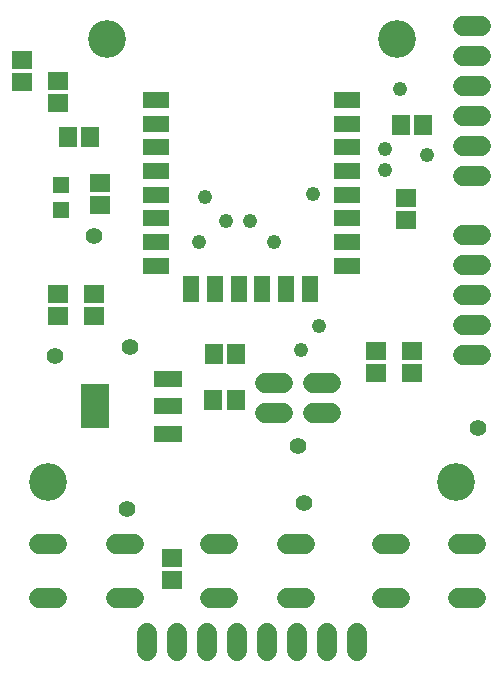
<source format=gbr>
G04 EAGLE Gerber RS-274X export*
G75*
%MOMM*%
%FSLAX34Y34*%
%LPD*%
%INSoldermask Top*%
%IPPOS*%
%AMOC8*
5,1,8,0,0,1.08239X$1,22.5*%
G01*
%ADD10C,3.203200*%
%ADD11C,1.727200*%
%ADD12R,1.703200X1.503200*%
%ADD13R,1.503200X1.703200*%
%ADD14R,2.438200X1.422200*%
%ADD15R,2.403200X3.803200*%
%ADD16R,1.403200X1.403200*%
%ADD17R,2.203200X1.403200*%
%ADD18R,1.403200X2.203200*%
%ADD19C,1.219200*%
%ADD20C,1.409600*%


D10*
X47500Y165000D03*
X392500Y165000D03*
X342500Y540000D03*
X97500Y540000D03*
D11*
X329868Y112606D02*
X345108Y112606D01*
X345108Y67394D02*
X329868Y67394D01*
X394892Y112606D02*
X410132Y112606D01*
X410132Y67394D02*
X394892Y67394D01*
D12*
X25400Y503580D03*
X25400Y522580D03*
D13*
X187520Y273900D03*
X206520Y273900D03*
D12*
X55880Y305460D03*
X55880Y324460D03*
D11*
X184868Y112606D02*
X200108Y112606D01*
X200108Y67394D02*
X184868Y67394D01*
X249892Y112606D02*
X265132Y112606D01*
X265132Y67394D02*
X249892Y67394D01*
D14*
X148870Y206170D03*
X148870Y229280D03*
X148870Y252390D03*
D15*
X86890Y229280D03*
D16*
X58420Y395900D03*
X58420Y416900D03*
D12*
X152400Y81940D03*
X152400Y100940D03*
X350520Y386740D03*
X350520Y405740D03*
X91440Y399440D03*
X91440Y418440D03*
D13*
X83160Y457200D03*
X64160Y457200D03*
D12*
X55880Y504800D03*
X55880Y485800D03*
D13*
X346100Y467360D03*
X365100Y467360D03*
D11*
X120132Y67394D02*
X104892Y67394D01*
X104892Y112606D02*
X120132Y112606D01*
X55108Y67394D02*
X39868Y67394D01*
X39868Y112606D02*
X55108Y112606D01*
D17*
X138800Y348400D03*
X138800Y368400D03*
X138800Y388400D03*
X138800Y408400D03*
X138800Y428400D03*
X138800Y448400D03*
X138800Y468400D03*
X138800Y488400D03*
X300800Y348400D03*
X300800Y368400D03*
X300800Y388400D03*
X300800Y408400D03*
X300800Y428400D03*
X300800Y448400D03*
X300800Y468400D03*
X300800Y488400D03*
D18*
X248800Y328400D03*
X168800Y328400D03*
X188800Y328400D03*
X268800Y328400D03*
X208800Y328400D03*
X228800Y328400D03*
D11*
X398780Y424180D02*
X414020Y424180D01*
X414020Y449580D02*
X398780Y449580D01*
X398780Y474980D02*
X414020Y474980D01*
X414020Y500380D02*
X398780Y500380D01*
X398780Y525780D02*
X414020Y525780D01*
X414020Y551180D02*
X398780Y551180D01*
D13*
X206180Y234580D03*
X187180Y234580D03*
D12*
X86360Y305460D03*
X86360Y324460D03*
D11*
X308900Y37620D02*
X308900Y22380D01*
X283500Y22380D02*
X283500Y37620D01*
X258100Y37620D02*
X258100Y22380D01*
X232700Y22380D02*
X232700Y37620D01*
X207300Y37620D02*
X207300Y22380D01*
X181900Y22380D02*
X181900Y37620D01*
X156500Y37620D02*
X156500Y22380D01*
X131100Y22380D02*
X131100Y37620D01*
D12*
X355600Y276200D03*
X355600Y257200D03*
X325120Y257200D03*
X325120Y276200D03*
D11*
X398780Y272460D02*
X414020Y272460D01*
X414020Y297860D02*
X398780Y297860D01*
X398780Y323260D02*
X414020Y323260D01*
X414020Y348660D02*
X398780Y348660D01*
X398780Y374060D02*
X414020Y374060D01*
X287020Y223520D02*
X271780Y223520D01*
X271780Y248920D02*
X287020Y248920D01*
X246380Y223520D02*
X231140Y223520D01*
X231140Y248920D02*
X246380Y248920D01*
D19*
X276860Y297180D03*
X368300Y441960D03*
D20*
X86360Y373380D03*
X53340Y271780D03*
X116840Y279400D03*
X259080Y195580D03*
X114300Y142240D03*
X264160Y147320D03*
X411480Y210820D03*
D19*
X345440Y497840D03*
X332740Y429260D03*
X271780Y408940D03*
X218440Y386080D03*
X261620Y276860D03*
X180340Y406400D03*
X198120Y386080D03*
X175260Y368300D03*
X238760Y368300D03*
X332740Y447040D03*
M02*

</source>
